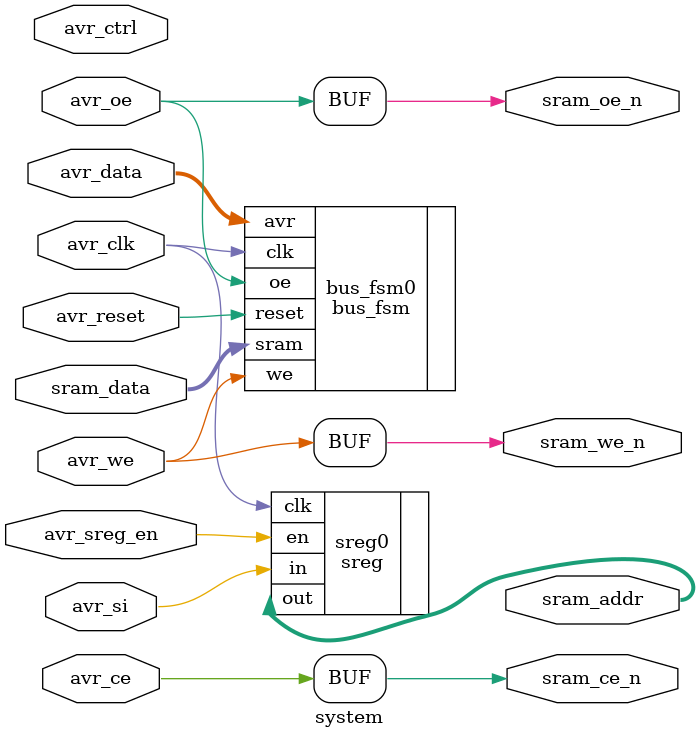
<source format=v>
module system (

    inout [7:0] sram_data,
    output [20:0] sram_addr,
    output sram_oe_n,
    output sram_we_n,
    output sram_ce_n,

    inout [7:0] avr_data,
    input [2:0] avr_ctrl,

    input avr_ce,
    input avr_we,
    input avr_oe,
    input avr_si,
    input avr_clk,
    input avr_sreg_en,
    input avr_reset
);
   
assign sram_oe_n = avr_oe;
assign sram_we_n = avr_we;
assign sram_ce_n = avr_ce;

//reg avr_sreg_clk;

//initial 
//begin
//    avr_sreg_clk = 1'b0;
//end 

//always @(avr_clk)
//begin
//    if (avr_sreg_en == 1'b0)
//        avr_sreg_clk <= avr_clk;
//end

sreg sreg0 (
	.clk( avr_clk ),
	.in( avr_si ),
	.out( sram_addr ),
    .en( avr_sreg_en )
);


bus_fsm bus_fsm0(
    .clk( avr_clk ),
    .reset( avr_reset ),
    .we( avr_we ),
    .oe( avr_oe ),
    .avr( avr_data ),
    .sram( sram_data )
);

endmodule


</source>
